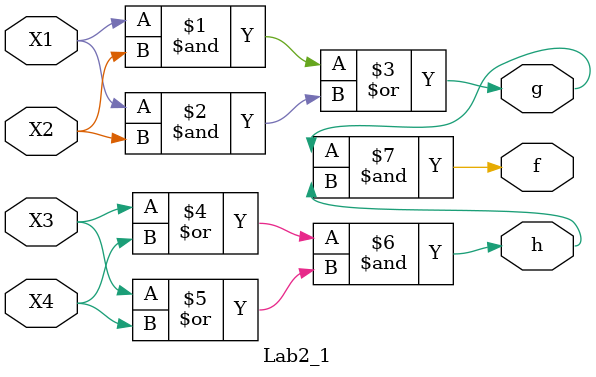
<source format=v>
module Lab2_1(X1, X2, X3, X4,g,f,h);
input X1, X2, X3, X4;
output g,f,h;
//
assign g=((X1&X2)|(X1&X2));
assign h=((X3|X4)&(X3|X4));
assign f=g&h;

endmodule
</source>
